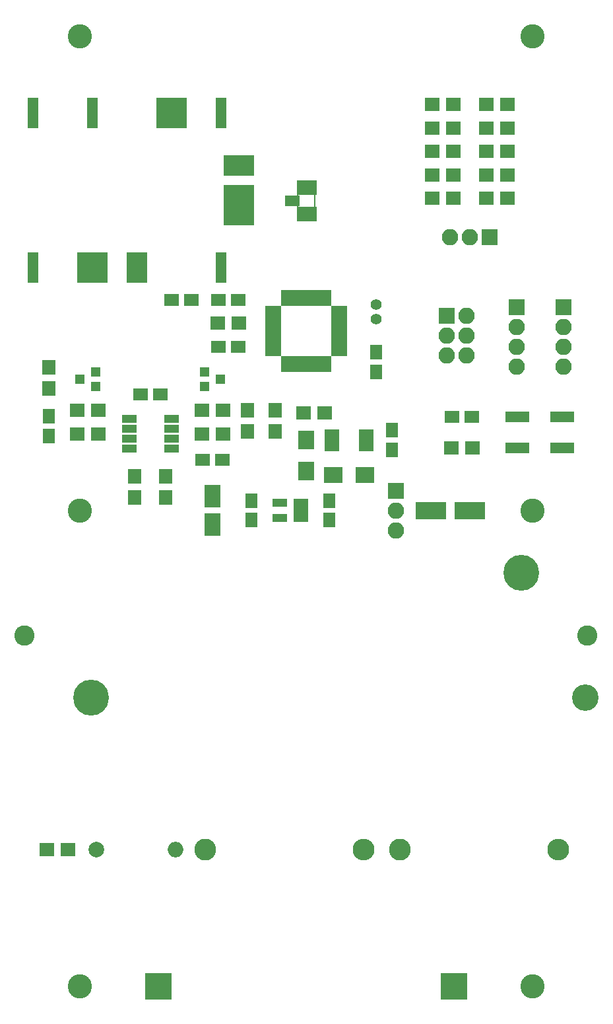
<source format=gts>
G04 #@! TF.GenerationSoftware,KiCad,Pcbnew,(5.0.0)*
G04 #@! TF.CreationDate,2019-07-08T16:39:32+02:00*
G04 #@! TF.ProjectId,lofence,6C6F66656E63652E6B696361645F7063,rev?*
G04 #@! TF.SameCoordinates,Original*
G04 #@! TF.FileFunction,Soldermask,Top*
G04 #@! TF.FilePolarity,Negative*
%FSLAX46Y46*%
G04 Gerber Fmt 4.6, Leading zero omitted, Abs format (unit mm)*
G04 Created by KiCad (PCBNEW (5.0.0)) date 07/08/19 16:39:32*
%MOMM*%
%LPD*%
G01*
G04 APERTURE LIST*
%ADD10C,0.150000*%
%ADD11C,3.400000*%
%ADD12C,4.600000*%
%ADD13C,2.600000*%
%ADD14R,3.150000X1.400000*%
%ADD15R,1.900000X1.650000*%
%ADD16R,1.900000X1.700000*%
%ADD17R,1.700000X1.900000*%
%ADD18R,1.960000X1.050000*%
%ADD19R,1.650000X1.900000*%
%ADD20C,1.400000*%
%ADD21R,1.300000X1.200000*%
%ADD22R,1.416000X3.924000*%
%ADD23R,3.924000X1.416000*%
%ADD24R,2.000000X3.000000*%
%ADD25O,2.100000X2.100000*%
%ADD26R,2.100000X2.100000*%
%ADD27O,2.800000X2.800000*%
%ADD28C,2.800000*%
%ADD29O,2.000000X2.000000*%
%ADD30C,2.000000*%
%ADD31R,1.950000X1.000000*%
%ADD32R,0.950000X2.000000*%
%ADD33R,2.000000X0.950000*%
%ADD34C,3.100000*%
%ADD35R,3.900000X2.200000*%
%ADD36R,3.400000X3.400000*%
%ADD37R,1.900000X1.400000*%
%ADD38R,2.600000X1.900000*%
%ADD39R,2.000000X2.400000*%
%ADD40R,2.400000X2.000000*%
%ADD41R,1.850000X0.850000*%
G04 APERTURE END LIST*
D10*
G04 #@! TO.C,J7*
X75100000Y-59900000D02*
X75100000Y-64600000D01*
X72900000Y-59900000D02*
X72900000Y-64600000D01*
X75100000Y-61350000D02*
X72900000Y-61350000D01*
X72900000Y-63250000D02*
X75100000Y-63250000D01*
G04 #@! TD*
D11*
G04 #@! TO.C,BT1*
X109820000Y-126000000D03*
D12*
X101600000Y-110000000D03*
X46400000Y-126000000D03*
D13*
X37890000Y-118000000D03*
X110110000Y-118000000D03*
G04 #@! TD*
D14*
G04 #@! TO.C,SW1*
X106875000Y-90000000D03*
X101125000Y-90000000D03*
X101125000Y-94000000D03*
X106875000Y-94000000D03*
G04 #@! TD*
D15*
G04 #@! TO.C,C9*
X65250000Y-81000000D03*
X62750000Y-81000000D03*
G04 #@! TD*
G04 #@! TO.C,C1*
X55250000Y-87180000D03*
X52750000Y-87180000D03*
G04 #@! TD*
G04 #@! TO.C,C6*
X92750000Y-90000000D03*
X95250000Y-90000000D03*
G04 #@! TD*
G04 #@! TO.C,C11*
X62750000Y-75000000D03*
X65250000Y-75000000D03*
G04 #@! TD*
D16*
G04 #@! TO.C,R4*
X40713823Y-145441599D03*
X43413823Y-145441599D03*
G04 #@! TD*
D17*
G04 #@! TO.C,R6*
X70000000Y-89150000D03*
X70000000Y-91850000D03*
G04 #@! TD*
G04 #@! TO.C,R7*
X56000000Y-97650000D03*
X56000000Y-100350000D03*
G04 #@! TD*
D16*
G04 #@! TO.C,R9*
X95350000Y-94000000D03*
X92650000Y-94000000D03*
G04 #@! TD*
G04 #@! TO.C,R10*
X63350000Y-92180000D03*
X60650000Y-92180000D03*
G04 #@! TD*
G04 #@! TO.C,R13*
X92850000Y-56000000D03*
X90150000Y-56000000D03*
G04 #@! TD*
G04 #@! TO.C,R14*
X92850000Y-59000000D03*
X90150000Y-59000000D03*
G04 #@! TD*
G04 #@! TO.C,R15*
X92850000Y-62000000D03*
X90150000Y-62000000D03*
G04 #@! TD*
D18*
G04 #@! TO.C,U2*
X73350000Y-102950000D03*
X73350000Y-102000000D03*
X73350000Y-101050000D03*
X70650000Y-101050000D03*
X70650000Y-102950000D03*
G04 #@! TD*
D19*
G04 #@! TO.C,C2*
X77000000Y-103250000D03*
X77000000Y-100750000D03*
G04 #@! TD*
G04 #@! TO.C,C3*
X67000000Y-103250000D03*
X67000000Y-100750000D03*
G04 #@! TD*
D16*
G04 #@! TO.C,D4*
X97150000Y-53000000D03*
X99850000Y-53000000D03*
G04 #@! TD*
G04 #@! TO.C,D5*
X99850000Y-56000000D03*
X97150000Y-56000000D03*
G04 #@! TD*
G04 #@! TO.C,D6*
X97150000Y-59000000D03*
X99850000Y-59000000D03*
G04 #@! TD*
G04 #@! TO.C,R18*
X47350000Y-92180000D03*
X44650000Y-92180000D03*
G04 #@! TD*
D17*
G04 #@! TO.C,R19*
X41000000Y-86350000D03*
X41000000Y-83650000D03*
G04 #@! TD*
D16*
G04 #@! TO.C,R20*
X62650000Y-78000000D03*
X65350000Y-78000000D03*
G04 #@! TD*
D20*
G04 #@! TO.C,Y1*
X83000000Y-75600000D03*
X83000000Y-77500000D03*
G04 #@! TD*
D19*
G04 #@! TO.C,C7*
X41000000Y-89930000D03*
X41000000Y-92430000D03*
G04 #@! TD*
D15*
G04 #@! TO.C,C8*
X56750000Y-75000000D03*
X59250000Y-75000000D03*
G04 #@! TD*
D19*
G04 #@! TO.C,C10*
X83000000Y-84250000D03*
X83000000Y-81750000D03*
G04 #@! TD*
D16*
G04 #@! TO.C,D3*
X99850000Y-50000000D03*
X97150000Y-50000000D03*
G04 #@! TD*
D21*
G04 #@! TO.C,D8*
X45000000Y-85180000D03*
X47000000Y-84230000D03*
X47000000Y-86130000D03*
G04 #@! TD*
D16*
G04 #@! TO.C,R8*
X90150000Y-50000000D03*
X92850000Y-50000000D03*
G04 #@! TD*
G04 #@! TO.C,R11*
X92850000Y-53000000D03*
X90150000Y-53000000D03*
G04 #@! TD*
D22*
G04 #@! TO.C,U4*
X38935000Y-70890000D03*
X45285000Y-70890000D03*
X46555000Y-70890000D03*
X47825000Y-70890000D03*
X51635000Y-70890000D03*
X52905000Y-70890000D03*
X63065000Y-70890000D03*
D23*
X65335000Y-64810000D03*
X65335000Y-63540000D03*
X65335000Y-62270000D03*
X65335000Y-61000000D03*
X65335000Y-58460000D03*
X65335000Y-57190000D03*
D22*
X63065000Y-51110000D03*
X57985000Y-51110000D03*
X56715000Y-51110000D03*
X55445000Y-51110000D03*
X46555000Y-51110000D03*
X38935000Y-51110000D03*
G04 #@! TD*
D24*
G04 #@! TO.C,C4*
X62000000Y-100200000D03*
X62000000Y-103800000D03*
G04 #@! TD*
D15*
G04 #@! TO.C,C5*
X60750000Y-95500000D03*
X63250000Y-95500000D03*
G04 #@! TD*
D21*
G04 #@! TO.C,D2*
X63000000Y-85180000D03*
X61000000Y-86130000D03*
X61000000Y-84230000D03*
G04 #@! TD*
D16*
G04 #@! TO.C,D7*
X97150000Y-62000000D03*
X99850000Y-62000000D03*
G04 #@! TD*
D25*
G04 #@! TO.C,J3*
X94540000Y-82180000D03*
X92000000Y-82180000D03*
X94540000Y-79640000D03*
X92000000Y-79640000D03*
X94540000Y-77100000D03*
D26*
X92000000Y-77100000D03*
G04 #@! TD*
G04 #@! TO.C,J4*
X107000000Y-76000000D03*
D25*
X107000000Y-78540000D03*
X107000000Y-81080000D03*
X107000000Y-83620000D03*
G04 #@! TD*
G04 #@! TO.C,J5*
X92420000Y-67000000D03*
X94960000Y-67000000D03*
D26*
X97500000Y-67000000D03*
G04 #@! TD*
D25*
G04 #@! TO.C,J6*
X101000000Y-83620000D03*
X101000000Y-81080000D03*
X101000000Y-78540000D03*
D26*
X101000000Y-76000000D03*
G04 #@! TD*
D27*
G04 #@! TO.C,R1*
X106383823Y-145441599D03*
D28*
X86063823Y-145441599D03*
G04 #@! TD*
G04 #@! TO.C,R2*
X61063823Y-145441599D03*
D27*
X81383823Y-145441599D03*
G04 #@! TD*
D29*
G04 #@! TO.C,R3*
X57223823Y-145441599D03*
D30*
X47063823Y-145441599D03*
G04 #@! TD*
D16*
G04 #@! TO.C,R12*
X60650000Y-89180000D03*
X63350000Y-89180000D03*
G04 #@! TD*
G04 #@! TO.C,R16*
X44650000Y-89180000D03*
X47350000Y-89180000D03*
G04 #@! TD*
D17*
G04 #@! TO.C,R17*
X52000000Y-100350000D03*
X52000000Y-97650000D03*
G04 #@! TD*
D31*
G04 #@! TO.C,U1*
X56700000Y-90275000D03*
X56700000Y-91545000D03*
X56700000Y-92815000D03*
X56700000Y-94085000D03*
X51300000Y-94085000D03*
X51300000Y-92815000D03*
X51300000Y-91545000D03*
X51300000Y-90275000D03*
G04 #@! TD*
D32*
G04 #@! TO.C,U3*
X76800000Y-83250000D03*
X76000000Y-83250000D03*
X75200000Y-83250000D03*
X74400000Y-83250000D03*
X73600000Y-83250000D03*
X72800000Y-83250000D03*
X72000000Y-83250000D03*
X71200000Y-83250000D03*
D33*
X69750000Y-81800000D03*
X69750000Y-81000000D03*
X69750000Y-80200000D03*
X69750000Y-79400000D03*
X69750000Y-78600000D03*
X69750000Y-77800000D03*
X69750000Y-77000000D03*
X69750000Y-76200000D03*
D32*
X71200000Y-74750000D03*
X72000000Y-74750000D03*
X72800000Y-74750000D03*
X73600000Y-74750000D03*
X74400000Y-74750000D03*
X75200000Y-74750000D03*
X76000000Y-74750000D03*
X76800000Y-74750000D03*
D33*
X78250000Y-76200000D03*
X78250000Y-77000000D03*
X78250000Y-77800000D03*
X78250000Y-78600000D03*
X78250000Y-79400000D03*
X78250000Y-80200000D03*
X78250000Y-81000000D03*
X78250000Y-81800000D03*
G04 #@! TD*
D34*
G04 #@! TO.C,MH1*
X103000000Y-163000000D03*
G04 #@! TD*
G04 #@! TO.C,MH2*
X103000000Y-102000000D03*
G04 #@! TD*
G04 #@! TO.C,MH3*
X103000000Y-41250000D03*
G04 #@! TD*
G04 #@! TO.C,MH4*
X45000000Y-41250000D03*
G04 #@! TD*
G04 #@! TO.C,MH5*
X45000000Y-102000000D03*
G04 #@! TD*
G04 #@! TO.C,MH6*
X45000000Y-163000000D03*
G04 #@! TD*
D35*
G04 #@! TO.C,D1*
X95000000Y-102000000D03*
X90000000Y-102000000D03*
G04 #@! TD*
D36*
G04 #@! TO.C,J1*
X93000000Y-163000000D03*
G04 #@! TD*
G04 #@! TO.C,J2*
X55000000Y-163000000D03*
G04 #@! TD*
D17*
G04 #@! TO.C,R5*
X66500000Y-91850000D03*
X66500000Y-89150000D03*
G04 #@! TD*
D37*
G04 #@! TO.C,J7*
X72250000Y-62300000D03*
D38*
X74050000Y-64000000D03*
X74050000Y-60600000D03*
G04 #@! TD*
D19*
G04 #@! TO.C,C12*
X85000000Y-94250000D03*
X85000000Y-91750000D03*
G04 #@! TD*
D39*
G04 #@! TO.C,C13*
X74000000Y-93000000D03*
X74000000Y-97000000D03*
G04 #@! TD*
D40*
G04 #@! TO.C,C14*
X77500000Y-97500000D03*
X81500000Y-97500000D03*
G04 #@! TD*
D25*
G04 #@! TO.C,J8*
X85500000Y-104580000D03*
X85500000Y-102040000D03*
D26*
X85500000Y-99500000D03*
G04 #@! TD*
D16*
G04 #@! TO.C,R21*
X73650000Y-89500000D03*
X76350000Y-89500000D03*
G04 #@! TD*
D41*
G04 #@! TO.C,U5*
X81700000Y-92025000D03*
X81700000Y-92675000D03*
X81700000Y-93325000D03*
X81700000Y-93975000D03*
X77300000Y-93975000D03*
X77300000Y-93325000D03*
X77300000Y-92675000D03*
X77300000Y-92025000D03*
G04 #@! TD*
M02*

</source>
